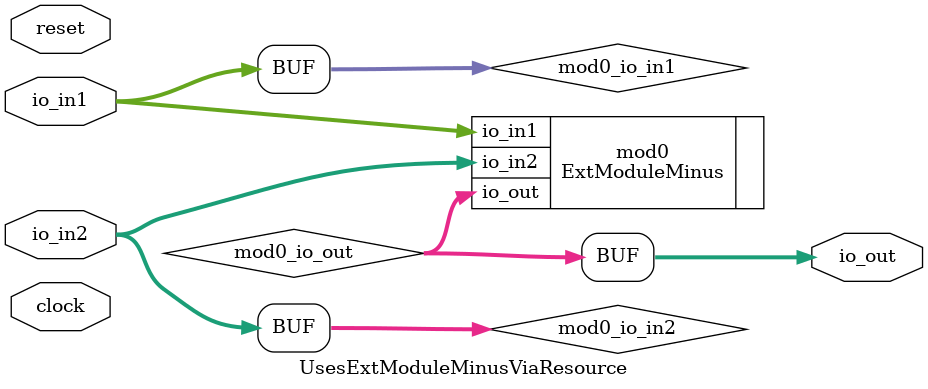
<source format=v>
module UsesExtModuleMinusViaResource(
  input         clock,
  input         reset,
  input  [15:0] io_in1,
  input  [15:0] io_in2,
  output [15:0] io_out
);
  wire [15:0] mod0_io_in1; // @[ExtModuleImpl.scala 77:20]
  wire [15:0] mod0_io_in2; // @[ExtModuleImpl.scala 77:20]
  wire [15:0] mod0_io_out; // @[ExtModuleImpl.scala 77:20]
  ExtModuleMinus mod0 ( // @[ExtModuleImpl.scala 77:20]
    .io_in1(mod0_io_in1),
    .io_in2(mod0_io_in2),
    .io_out(mod0_io_out)
  );
  assign io_out = mod0_io_out; // @[ExtModuleImpl.scala 81:10]
  assign mod0_io_in1 = io_in1; // @[ExtModuleImpl.scala 79:15]
  assign mod0_io_in2 = io_in2; // @[ExtModuleImpl.scala 80:15]
endmodule

</source>
